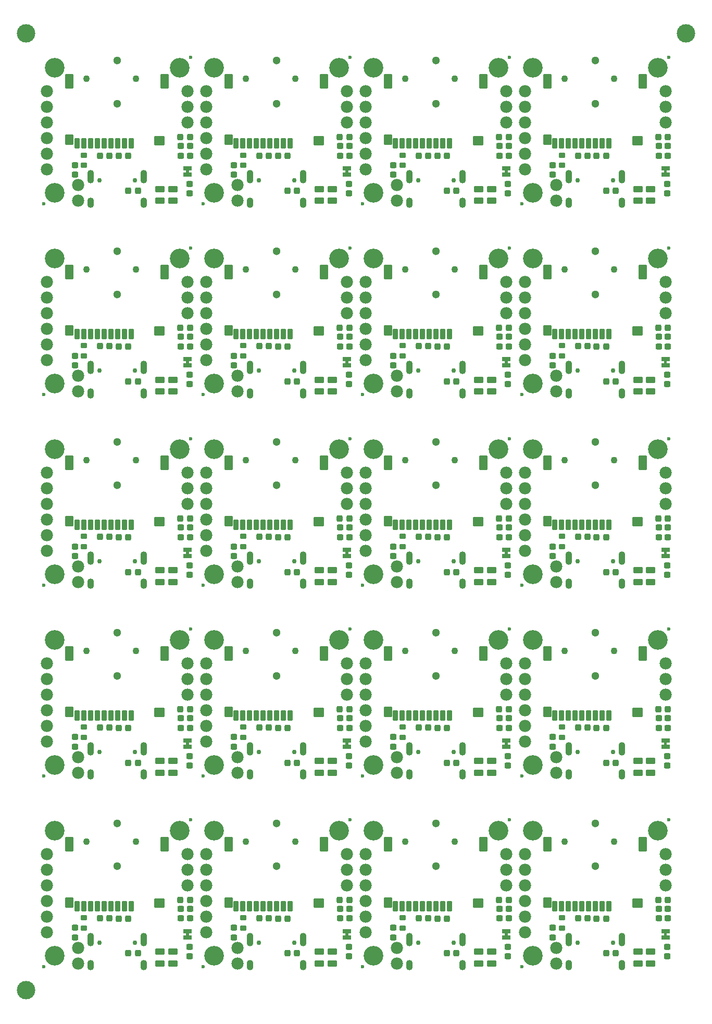
<source format=gbs>
%TF.GenerationSoftware,KiCad,Pcbnew,8.0.8*%
%TF.CreationDate,2025-02-19T12:52:30-07:00*%
%TF.ProjectId,SparkFun_Audio_Player_Breakout_MY1690X-16S_panelized,53706172-6b46-4756-9e5f-417564696f5f,v10*%
%TF.SameCoordinates,Original*%
%TF.FileFunction,Soldermask,Bot*%
%TF.FilePolarity,Negative*%
%FSLAX46Y46*%
G04 Gerber Fmt 4.6, Leading zero omitted, Abs format (unit mm)*
G04 Created by KiCad (PCBNEW 8.0.8) date 2025-02-19 12:52:30*
%MOMM*%
%LPD*%
G01*
G04 APERTURE LIST*
G04 Aperture macros list*
%AMRoundRect*
0 Rectangle with rounded corners*
0 $1 Rounding radius*
0 $2 $3 $4 $5 $6 $7 $8 $9 X,Y pos of 4 corners*
0 Add a 4 corners polygon primitive as box body*
4,1,4,$2,$3,$4,$5,$6,$7,$8,$9,$2,$3,0*
0 Add four circle primitives for the rounded corners*
1,1,$1+$1,$2,$3*
1,1,$1+$1,$4,$5*
1,1,$1+$1,$6,$7*
1,1,$1+$1,$8,$9*
0 Add four rect primitives between the rounded corners*
20,1,$1+$1,$2,$3,$4,$5,0*
20,1,$1+$1,$4,$5,$6,$7,0*
20,1,$1+$1,$6,$7,$8,$9,0*
20,1,$1+$1,$8,$9,$2,$3,0*%
G04 Aperture macros list end*
%ADD10C,0.000000*%
%ADD11C,3.000000*%
%ADD12RoundRect,0.250000X-0.250000X-0.275000X0.250000X-0.275000X0.250000X0.275000X-0.250000X0.275000X0*%
%ADD13RoundRect,0.250000X0.250000X0.275000X-0.250000X0.275000X-0.250000X-0.275000X0.250000X-0.275000X0*%
%ADD14RoundRect,0.225000X-0.300000X0.225000X-0.300000X-0.225000X0.300000X-0.225000X0.300000X0.225000X0*%
%ADD15C,1.100000*%
%ADD16RoundRect,0.050000X-0.350000X0.800000X-0.350000X-0.800000X0.350000X-0.800000X0.350000X0.800000X0*%
%ADD17RoundRect,0.050000X-0.600000X-0.800000X0.600000X-0.800000X0.600000X0.800000X-0.600000X0.800000X0*%
%ADD18RoundRect,0.050000X-0.600000X-1.100000X0.600000X-1.100000X0.600000X1.100000X-0.600000X1.100000X0*%
%ADD19RoundRect,0.050000X-0.800000X-0.700000X0.800000X-0.700000X0.800000X0.700000X-0.800000X0.700000X0*%
%ADD20RoundRect,0.250000X-0.275000X0.250000X-0.275000X-0.250000X0.275000X-0.250000X0.275000X0.250000X0*%
%ADD21RoundRect,0.275000X0.500000X-0.275000X0.500000X0.275000X-0.500000X0.275000X-0.500000X-0.275000X0*%
%ADD22RoundRect,0.250000X0.275000X-0.250000X0.275000X0.250000X-0.275000X0.250000X-0.275000X-0.250000X0*%
%ADD23C,0.600000*%
%ADD24RoundRect,0.050000X-0.635000X0.330200X-0.635000X-0.330200X0.635000X-0.330200X0.635000X0.330200X0*%
%ADD25C,0.750000*%
%ADD26O,1.100000X1.700000*%
%ADD27O,1.100000X2.200000*%
%ADD28C,1.979600*%
%ADD29C,3.200000*%
%ADD30C,1.300000*%
G04 APERTURE END LIST*
D10*
%TO.C,JP1*%
G36*
X102066500Y129694000D02*
G01*
X101585500Y129694000D01*
X101585500Y130202000D01*
X102066500Y130202000D01*
X102066500Y129694000D01*
G37*
G36*
X102066500Y98714000D02*
G01*
X101585500Y98714000D01*
X101585500Y99222000D01*
X102066500Y99222000D01*
X102066500Y98714000D01*
G37*
G36*
X102066500Y67734000D02*
G01*
X101585500Y67734000D01*
X101585500Y68242000D01*
X102066500Y68242000D01*
X102066500Y67734000D01*
G37*
G36*
X102066500Y36754000D02*
G01*
X101585500Y36754000D01*
X101585500Y37262000D01*
X102066500Y37262000D01*
X102066500Y36754000D01*
G37*
G36*
X102066500Y5774000D02*
G01*
X101585500Y5774000D01*
X101585500Y6282000D01*
X102066500Y6282000D01*
X102066500Y5774000D01*
G37*
G36*
X76166500Y129694000D02*
G01*
X75685500Y129694000D01*
X75685500Y130202000D01*
X76166500Y130202000D01*
X76166500Y129694000D01*
G37*
G36*
X76166500Y98714000D02*
G01*
X75685500Y98714000D01*
X75685500Y99222000D01*
X76166500Y99222000D01*
X76166500Y98714000D01*
G37*
G36*
X76166500Y67734000D02*
G01*
X75685500Y67734000D01*
X75685500Y68242000D01*
X76166500Y68242000D01*
X76166500Y67734000D01*
G37*
G36*
X76166500Y36754000D02*
G01*
X75685500Y36754000D01*
X75685500Y37262000D01*
X76166500Y37262000D01*
X76166500Y36754000D01*
G37*
G36*
X76166500Y5774000D02*
G01*
X75685500Y5774000D01*
X75685500Y6282000D01*
X76166500Y6282000D01*
X76166500Y5774000D01*
G37*
G36*
X50266500Y129694000D02*
G01*
X49785500Y129694000D01*
X49785500Y130202000D01*
X50266500Y130202000D01*
X50266500Y129694000D01*
G37*
G36*
X50266500Y98714000D02*
G01*
X49785500Y98714000D01*
X49785500Y99222000D01*
X50266500Y99222000D01*
X50266500Y98714000D01*
G37*
G36*
X50266500Y67734000D02*
G01*
X49785500Y67734000D01*
X49785500Y68242000D01*
X50266500Y68242000D01*
X50266500Y67734000D01*
G37*
G36*
X50266500Y36754000D02*
G01*
X49785500Y36754000D01*
X49785500Y37262000D01*
X50266500Y37262000D01*
X50266500Y36754000D01*
G37*
G36*
X50266500Y5774000D02*
G01*
X49785500Y5774000D01*
X49785500Y6282000D01*
X50266500Y6282000D01*
X50266500Y5774000D01*
G37*
G36*
X24366500Y129694000D02*
G01*
X23885500Y129694000D01*
X23885500Y130202000D01*
X24366500Y130202000D01*
X24366500Y129694000D01*
G37*
G36*
X24366500Y98714000D02*
G01*
X23885500Y98714000D01*
X23885500Y99222000D01*
X24366500Y99222000D01*
X24366500Y98714000D01*
G37*
G36*
X24366500Y67734000D02*
G01*
X23885500Y67734000D01*
X23885500Y68242000D01*
X24366500Y68242000D01*
X24366500Y67734000D01*
G37*
G36*
X24366500Y36754000D02*
G01*
X23885500Y36754000D01*
X23885500Y37262000D01*
X24366500Y37262000D01*
X24366500Y36754000D01*
G37*
G36*
X24366500Y5774000D02*
G01*
X23885500Y5774000D01*
X23885500Y6282000D01*
X24366500Y6282000D01*
X24366500Y5774000D01*
G37*
%TD*%
D11*
%TO.C,*%
X105187500Y152400000D03*
%TD*%
%TO.C,*%
X-2087500Y152400000D03*
%TD*%
%TO.C,*%
X-2087500Y-3080000D03*
%TD*%
D12*
%TO.C,C2*%
X90637000Y132521000D03*
X92187000Y132521000D03*
%TD*%
%TO.C,C2*%
X90637000Y101541000D03*
X92187000Y101541000D03*
%TD*%
%TO.C,C2*%
X90637000Y70561000D03*
X92187000Y70561000D03*
%TD*%
%TO.C,C2*%
X90637000Y39581000D03*
X92187000Y39581000D03*
%TD*%
%TO.C,C2*%
X90637000Y8601000D03*
X92187000Y8601000D03*
%TD*%
%TO.C,C2*%
X64737000Y132521000D03*
X66287000Y132521000D03*
%TD*%
%TO.C,C2*%
X64737000Y101541000D03*
X66287000Y101541000D03*
%TD*%
%TO.C,C2*%
X64737000Y70561000D03*
X66287000Y70561000D03*
%TD*%
%TO.C,C2*%
X64737000Y39581000D03*
X66287000Y39581000D03*
%TD*%
%TO.C,C2*%
X64737000Y8601000D03*
X66287000Y8601000D03*
%TD*%
%TO.C,C2*%
X38837000Y132521000D03*
X40387000Y132521000D03*
%TD*%
%TO.C,C2*%
X38837000Y101541000D03*
X40387000Y101541000D03*
%TD*%
%TO.C,C2*%
X38837000Y70561000D03*
X40387000Y70561000D03*
%TD*%
%TO.C,C2*%
X38837000Y39581000D03*
X40387000Y39581000D03*
%TD*%
%TO.C,C2*%
X38837000Y8601000D03*
X40387000Y8601000D03*
%TD*%
%TO.C,C2*%
X12937000Y132521000D03*
X14487000Y132521000D03*
%TD*%
%TO.C,C2*%
X12937000Y101541000D03*
X14487000Y101541000D03*
%TD*%
%TO.C,C2*%
X12937000Y70561000D03*
X14487000Y70561000D03*
%TD*%
%TO.C,C2*%
X12937000Y39581000D03*
X14487000Y39581000D03*
%TD*%
D13*
%TO.C,C3*%
X89148000Y132547000D03*
X87598000Y132547000D03*
%TD*%
%TO.C,C3*%
X89148000Y101567000D03*
X87598000Y101567000D03*
%TD*%
%TO.C,C3*%
X89148000Y70587000D03*
X87598000Y70587000D03*
%TD*%
%TO.C,C3*%
X89148000Y39607000D03*
X87598000Y39607000D03*
%TD*%
%TO.C,C3*%
X89148000Y8627000D03*
X87598000Y8627000D03*
%TD*%
%TO.C,C3*%
X63248000Y132547000D03*
X61698000Y132547000D03*
%TD*%
%TO.C,C3*%
X63248000Y101567000D03*
X61698000Y101567000D03*
%TD*%
%TO.C,C3*%
X63248000Y70587000D03*
X61698000Y70587000D03*
%TD*%
%TO.C,C3*%
X63248000Y39607000D03*
X61698000Y39607000D03*
%TD*%
%TO.C,C3*%
X63248000Y8627000D03*
X61698000Y8627000D03*
%TD*%
%TO.C,C3*%
X37348000Y132547000D03*
X35798000Y132547000D03*
%TD*%
%TO.C,C3*%
X37348000Y101567000D03*
X35798000Y101567000D03*
%TD*%
%TO.C,C3*%
X37348000Y70587000D03*
X35798000Y70587000D03*
%TD*%
%TO.C,C3*%
X37348000Y39607000D03*
X35798000Y39607000D03*
%TD*%
%TO.C,C3*%
X37348000Y8627000D03*
X35798000Y8627000D03*
%TD*%
%TO.C,C3*%
X11448000Y132547000D03*
X9898000Y132547000D03*
%TD*%
%TO.C,C3*%
X11448000Y101567000D03*
X9898000Y101567000D03*
%TD*%
%TO.C,C3*%
X11448000Y70587000D03*
X9898000Y70587000D03*
%TD*%
%TO.C,C3*%
X11448000Y39607000D03*
X9898000Y39607000D03*
%TD*%
%TO.C,C1*%
X93750000Y126850000D03*
X92200000Y126850000D03*
%TD*%
%TO.C,C1*%
X93750000Y95870000D03*
X92200000Y95870000D03*
%TD*%
%TO.C,C1*%
X93750000Y64890000D03*
X92200000Y64890000D03*
%TD*%
%TO.C,C1*%
X93750000Y33910000D03*
X92200000Y33910000D03*
%TD*%
%TO.C,C1*%
X93750000Y2930000D03*
X92200000Y2930000D03*
%TD*%
%TO.C,C1*%
X67850000Y126850000D03*
X66300000Y126850000D03*
%TD*%
%TO.C,C1*%
X67850000Y95870000D03*
X66300000Y95870000D03*
%TD*%
%TO.C,C1*%
X67850000Y64890000D03*
X66300000Y64890000D03*
%TD*%
%TO.C,C1*%
X67850000Y33910000D03*
X66300000Y33910000D03*
%TD*%
%TO.C,C1*%
X67850000Y2930000D03*
X66300000Y2930000D03*
%TD*%
%TO.C,C1*%
X41950000Y126850000D03*
X40400000Y126850000D03*
%TD*%
%TO.C,C1*%
X41950000Y95870000D03*
X40400000Y95870000D03*
%TD*%
%TO.C,C1*%
X41950000Y64890000D03*
X40400000Y64890000D03*
%TD*%
%TO.C,C1*%
X41950000Y33910000D03*
X40400000Y33910000D03*
%TD*%
%TO.C,C1*%
X41950000Y2930000D03*
X40400000Y2930000D03*
%TD*%
%TO.C,C1*%
X16050000Y126850000D03*
X14500000Y126850000D03*
%TD*%
%TO.C,C1*%
X16050000Y95870000D03*
X14500000Y95870000D03*
%TD*%
%TO.C,C1*%
X16050000Y64890000D03*
X14500000Y64890000D03*
%TD*%
%TO.C,C1*%
X16050000Y33910000D03*
X14500000Y33910000D03*
%TD*%
D14*
%TO.C,R6*%
X84998000Y132639000D03*
X84998000Y130989000D03*
%TD*%
%TO.C,R6*%
X84998000Y101659000D03*
X84998000Y100009000D03*
%TD*%
%TO.C,R6*%
X84998000Y70679000D03*
X84998000Y69029000D03*
%TD*%
%TO.C,R6*%
X84998000Y39699000D03*
X84998000Y38049000D03*
%TD*%
%TO.C,R6*%
X84998000Y8719000D03*
X84998000Y7069000D03*
%TD*%
%TO.C,R6*%
X59098000Y132639000D03*
X59098000Y130989000D03*
%TD*%
%TO.C,R6*%
X59098000Y101659000D03*
X59098000Y100009000D03*
%TD*%
%TO.C,R6*%
X59098000Y70679000D03*
X59098000Y69029000D03*
%TD*%
%TO.C,R6*%
X59098000Y39699000D03*
X59098000Y38049000D03*
%TD*%
%TO.C,R6*%
X59098000Y8719000D03*
X59098000Y7069000D03*
%TD*%
%TO.C,R6*%
X33198000Y132639000D03*
X33198000Y130989000D03*
%TD*%
%TO.C,R6*%
X33198000Y101659000D03*
X33198000Y100009000D03*
%TD*%
%TO.C,R6*%
X33198000Y70679000D03*
X33198000Y69029000D03*
%TD*%
%TO.C,R6*%
X33198000Y39699000D03*
X33198000Y38049000D03*
%TD*%
%TO.C,R6*%
X33198000Y8719000D03*
X33198000Y7069000D03*
%TD*%
%TO.C,R6*%
X7298000Y132639000D03*
X7298000Y130989000D03*
%TD*%
%TO.C,R6*%
X7298000Y101659000D03*
X7298000Y100009000D03*
%TD*%
%TO.C,R6*%
X7298000Y70679000D03*
X7298000Y69029000D03*
%TD*%
%TO.C,R6*%
X7298000Y39699000D03*
X7298000Y38049000D03*
%TD*%
D15*
%TO.C,J6*%
X85450000Y145002000D03*
X93450000Y145002000D03*
D16*
X92650000Y134502000D03*
X91550000Y134502000D03*
X90450000Y134502000D03*
X89350000Y134502000D03*
X88250000Y134502000D03*
X87150000Y134502000D03*
X86050000Y134502000D03*
X84950000Y134502000D03*
X83850000Y134502000D03*
D17*
X82650000Y135102000D03*
D18*
X82650000Y144602000D03*
X98150000Y144602000D03*
D19*
X97250000Y135002000D03*
%TD*%
D15*
%TO.C,J6*%
X85450000Y114022000D03*
X93450000Y114022000D03*
D16*
X92650000Y103522000D03*
X91550000Y103522000D03*
X90450000Y103522000D03*
X89350000Y103522000D03*
X88250000Y103522000D03*
X87150000Y103522000D03*
X86050000Y103522000D03*
X84950000Y103522000D03*
X83850000Y103522000D03*
D17*
X82650000Y104122000D03*
D18*
X82650000Y113622000D03*
X98150000Y113622000D03*
D19*
X97250000Y104022000D03*
%TD*%
D15*
%TO.C,J6*%
X85450000Y83042000D03*
X93450000Y83042000D03*
D16*
X92650000Y72542000D03*
X91550000Y72542000D03*
X90450000Y72542000D03*
X89350000Y72542000D03*
X88250000Y72542000D03*
X87150000Y72542000D03*
X86050000Y72542000D03*
X84950000Y72542000D03*
X83850000Y72542000D03*
D17*
X82650000Y73142000D03*
D18*
X82650000Y82642000D03*
X98150000Y82642000D03*
D19*
X97250000Y73042000D03*
%TD*%
D15*
%TO.C,J6*%
X85450000Y52062000D03*
X93450000Y52062000D03*
D16*
X92650000Y41562000D03*
X91550000Y41562000D03*
X90450000Y41562000D03*
X89350000Y41562000D03*
X88250000Y41562000D03*
X87150000Y41562000D03*
X86050000Y41562000D03*
X84950000Y41562000D03*
X83850000Y41562000D03*
D17*
X82650000Y42162000D03*
D18*
X82650000Y51662000D03*
X98150000Y51662000D03*
D19*
X97250000Y42062000D03*
%TD*%
D15*
%TO.C,J6*%
X85450000Y21082000D03*
X93450000Y21082000D03*
D16*
X92650000Y10582000D03*
X91550000Y10582000D03*
X90450000Y10582000D03*
X89350000Y10582000D03*
X88250000Y10582000D03*
X87150000Y10582000D03*
X86050000Y10582000D03*
X84950000Y10582000D03*
X83850000Y10582000D03*
D17*
X82650000Y11182000D03*
D18*
X82650000Y20682000D03*
X98150000Y20682000D03*
D19*
X97250000Y11082000D03*
%TD*%
D15*
%TO.C,J6*%
X59550000Y145002000D03*
X67550000Y145002000D03*
D16*
X66750000Y134502000D03*
X65650000Y134502000D03*
X64550000Y134502000D03*
X63450000Y134502000D03*
X62350000Y134502000D03*
X61250000Y134502000D03*
X60150000Y134502000D03*
X59050000Y134502000D03*
X57950000Y134502000D03*
D17*
X56750000Y135102000D03*
D18*
X56750000Y144602000D03*
X72250000Y144602000D03*
D19*
X71350000Y135002000D03*
%TD*%
D15*
%TO.C,J6*%
X59550000Y114022000D03*
X67550000Y114022000D03*
D16*
X66750000Y103522000D03*
X65650000Y103522000D03*
X64550000Y103522000D03*
X63450000Y103522000D03*
X62350000Y103522000D03*
X61250000Y103522000D03*
X60150000Y103522000D03*
X59050000Y103522000D03*
X57950000Y103522000D03*
D17*
X56750000Y104122000D03*
D18*
X56750000Y113622000D03*
X72250000Y113622000D03*
D19*
X71350000Y104022000D03*
%TD*%
D15*
%TO.C,J6*%
X59550000Y83042000D03*
X67550000Y83042000D03*
D16*
X66750000Y72542000D03*
X65650000Y72542000D03*
X64550000Y72542000D03*
X63450000Y72542000D03*
X62350000Y72542000D03*
X61250000Y72542000D03*
X60150000Y72542000D03*
X59050000Y72542000D03*
X57950000Y72542000D03*
D17*
X56750000Y73142000D03*
D18*
X56750000Y82642000D03*
X72250000Y82642000D03*
D19*
X71350000Y73042000D03*
%TD*%
D15*
%TO.C,J6*%
X59550000Y52062000D03*
X67550000Y52062000D03*
D16*
X66750000Y41562000D03*
X65650000Y41562000D03*
X64550000Y41562000D03*
X63450000Y41562000D03*
X62350000Y41562000D03*
X61250000Y41562000D03*
X60150000Y41562000D03*
X59050000Y41562000D03*
X57950000Y41562000D03*
D17*
X56750000Y42162000D03*
D18*
X56750000Y51662000D03*
X72250000Y51662000D03*
D19*
X71350000Y42062000D03*
%TD*%
D15*
%TO.C,J6*%
X59550000Y21082000D03*
X67550000Y21082000D03*
D16*
X66750000Y10582000D03*
X65650000Y10582000D03*
X64550000Y10582000D03*
X63450000Y10582000D03*
X62350000Y10582000D03*
X61250000Y10582000D03*
X60150000Y10582000D03*
X59050000Y10582000D03*
X57950000Y10582000D03*
D17*
X56750000Y11182000D03*
D18*
X56750000Y20682000D03*
X72250000Y20682000D03*
D19*
X71350000Y11082000D03*
%TD*%
D15*
%TO.C,J6*%
X33650000Y145002000D03*
X41650000Y145002000D03*
D16*
X40850000Y134502000D03*
X39750000Y134502000D03*
X38650000Y134502000D03*
X37550000Y134502000D03*
X36450000Y134502000D03*
X35350000Y134502000D03*
X34250000Y134502000D03*
X33150000Y134502000D03*
X32050000Y134502000D03*
D17*
X30850000Y135102000D03*
D18*
X30850000Y144602000D03*
X46350000Y144602000D03*
D19*
X45450000Y135002000D03*
%TD*%
D15*
%TO.C,J6*%
X33650000Y114022000D03*
X41650000Y114022000D03*
D16*
X40850000Y103522000D03*
X39750000Y103522000D03*
X38650000Y103522000D03*
X37550000Y103522000D03*
X36450000Y103522000D03*
X35350000Y103522000D03*
X34250000Y103522000D03*
X33150000Y103522000D03*
X32050000Y103522000D03*
D17*
X30850000Y104122000D03*
D18*
X30850000Y113622000D03*
X46350000Y113622000D03*
D19*
X45450000Y104022000D03*
%TD*%
D15*
%TO.C,J6*%
X33650000Y83042000D03*
X41650000Y83042000D03*
D16*
X40850000Y72542000D03*
X39750000Y72542000D03*
X38650000Y72542000D03*
X37550000Y72542000D03*
X36450000Y72542000D03*
X35350000Y72542000D03*
X34250000Y72542000D03*
X33150000Y72542000D03*
X32050000Y72542000D03*
D17*
X30850000Y73142000D03*
D18*
X30850000Y82642000D03*
X46350000Y82642000D03*
D19*
X45450000Y73042000D03*
%TD*%
D15*
%TO.C,J6*%
X33650000Y52062000D03*
X41650000Y52062000D03*
D16*
X40850000Y41562000D03*
X39750000Y41562000D03*
X38650000Y41562000D03*
X37550000Y41562000D03*
X36450000Y41562000D03*
X35350000Y41562000D03*
X34250000Y41562000D03*
X33150000Y41562000D03*
X32050000Y41562000D03*
D17*
X30850000Y42162000D03*
D18*
X30850000Y51662000D03*
X46350000Y51662000D03*
D19*
X45450000Y42062000D03*
%TD*%
D15*
%TO.C,J6*%
X33650000Y21082000D03*
X41650000Y21082000D03*
D16*
X40850000Y10582000D03*
X39750000Y10582000D03*
X38650000Y10582000D03*
X37550000Y10582000D03*
X36450000Y10582000D03*
X35350000Y10582000D03*
X34250000Y10582000D03*
X33150000Y10582000D03*
X32050000Y10582000D03*
D17*
X30850000Y11182000D03*
D18*
X30850000Y20682000D03*
X46350000Y20682000D03*
D19*
X45450000Y11082000D03*
%TD*%
D15*
%TO.C,J6*%
X7750000Y145002000D03*
X15750000Y145002000D03*
D16*
X14950000Y134502000D03*
X13850000Y134502000D03*
X12750000Y134502000D03*
X11650000Y134502000D03*
X10550000Y134502000D03*
X9450000Y134502000D03*
X8350000Y134502000D03*
X7250000Y134502000D03*
X6150000Y134502000D03*
D17*
X4950000Y135102000D03*
D18*
X4950000Y144602000D03*
X20450000Y144602000D03*
D19*
X19550000Y135002000D03*
%TD*%
D15*
%TO.C,J6*%
X7750000Y114022000D03*
X15750000Y114022000D03*
D16*
X14950000Y103522000D03*
X13850000Y103522000D03*
X12750000Y103522000D03*
X11650000Y103522000D03*
X10550000Y103522000D03*
X9450000Y103522000D03*
X8350000Y103522000D03*
X7250000Y103522000D03*
X6150000Y103522000D03*
D17*
X4950000Y104122000D03*
D18*
X4950000Y113622000D03*
X20450000Y113622000D03*
D19*
X19550000Y104022000D03*
%TD*%
D15*
%TO.C,J6*%
X7750000Y83042000D03*
X15750000Y83042000D03*
D16*
X14950000Y72542000D03*
X13850000Y72542000D03*
X12750000Y72542000D03*
X11650000Y72542000D03*
X10550000Y72542000D03*
X9450000Y72542000D03*
X8350000Y72542000D03*
X7250000Y72542000D03*
X6150000Y72542000D03*
D17*
X4950000Y73142000D03*
D18*
X4950000Y82642000D03*
X20450000Y82642000D03*
D19*
X19550000Y73042000D03*
%TD*%
D15*
%TO.C,J6*%
X7750000Y52062000D03*
X15750000Y52062000D03*
D16*
X14950000Y41562000D03*
X13850000Y41562000D03*
X12750000Y41562000D03*
X11650000Y41562000D03*
X10550000Y41562000D03*
X9450000Y41562000D03*
X8350000Y41562000D03*
X7250000Y41562000D03*
X6150000Y41562000D03*
D17*
X4950000Y42162000D03*
D18*
X4950000Y51662000D03*
X20450000Y51662000D03*
D19*
X19550000Y42062000D03*
%TD*%
D20*
%TO.C,C6*%
X102144000Y127924000D03*
X102144000Y126374000D03*
%TD*%
%TO.C,C6*%
X102144000Y96944000D03*
X102144000Y95394000D03*
%TD*%
%TO.C,C6*%
X102144000Y65964000D03*
X102144000Y64414000D03*
%TD*%
%TO.C,C6*%
X102144000Y34984000D03*
X102144000Y33434000D03*
%TD*%
%TO.C,C6*%
X102144000Y4004000D03*
X102144000Y2454000D03*
%TD*%
%TO.C,C6*%
X76244000Y127924000D03*
X76244000Y126374000D03*
%TD*%
%TO.C,C6*%
X76244000Y96944000D03*
X76244000Y95394000D03*
%TD*%
%TO.C,C6*%
X76244000Y65964000D03*
X76244000Y64414000D03*
%TD*%
%TO.C,C6*%
X76244000Y34984000D03*
X76244000Y33434000D03*
%TD*%
%TO.C,C6*%
X76244000Y4004000D03*
X76244000Y2454000D03*
%TD*%
%TO.C,C6*%
X50344000Y127924000D03*
X50344000Y126374000D03*
%TD*%
%TO.C,C6*%
X50344000Y96944000D03*
X50344000Y95394000D03*
%TD*%
%TO.C,C6*%
X50344000Y65964000D03*
X50344000Y64414000D03*
%TD*%
%TO.C,C6*%
X50344000Y34984000D03*
X50344000Y33434000D03*
%TD*%
%TO.C,C6*%
X50344000Y4004000D03*
X50344000Y2454000D03*
%TD*%
%TO.C,C6*%
X24444000Y127924000D03*
X24444000Y126374000D03*
%TD*%
%TO.C,C6*%
X24444000Y96944000D03*
X24444000Y95394000D03*
%TD*%
%TO.C,C6*%
X24444000Y65964000D03*
X24444000Y64414000D03*
%TD*%
%TO.C,C6*%
X24444000Y34984000D03*
X24444000Y33434000D03*
%TD*%
D21*
%TO.C,C5*%
X97367000Y125224000D03*
X97367000Y127124000D03*
%TD*%
%TO.C,C5*%
X97367000Y94244000D03*
X97367000Y96144000D03*
%TD*%
%TO.C,C5*%
X97367000Y63264000D03*
X97367000Y65164000D03*
%TD*%
%TO.C,C5*%
X97367000Y32284000D03*
X97367000Y34184000D03*
%TD*%
%TO.C,C5*%
X97367000Y1304000D03*
X97367000Y3204000D03*
%TD*%
%TO.C,C5*%
X71467000Y125224000D03*
X71467000Y127124000D03*
%TD*%
%TO.C,C5*%
X71467000Y94244000D03*
X71467000Y96144000D03*
%TD*%
%TO.C,C5*%
X71467000Y63264000D03*
X71467000Y65164000D03*
%TD*%
%TO.C,C5*%
X71467000Y32284000D03*
X71467000Y34184000D03*
%TD*%
%TO.C,C5*%
X71467000Y1304000D03*
X71467000Y3204000D03*
%TD*%
%TO.C,C5*%
X45567000Y125224000D03*
X45567000Y127124000D03*
%TD*%
%TO.C,C5*%
X45567000Y94244000D03*
X45567000Y96144000D03*
%TD*%
%TO.C,C5*%
X45567000Y63264000D03*
X45567000Y65164000D03*
%TD*%
%TO.C,C5*%
X45567000Y32284000D03*
X45567000Y34184000D03*
%TD*%
%TO.C,C5*%
X45567000Y1304000D03*
X45567000Y3204000D03*
%TD*%
%TO.C,C5*%
X19667000Y125224000D03*
X19667000Y127124000D03*
%TD*%
%TO.C,C5*%
X19667000Y94244000D03*
X19667000Y96144000D03*
%TD*%
%TO.C,C5*%
X19667000Y63264000D03*
X19667000Y65164000D03*
%TD*%
%TO.C,C5*%
X19667000Y32284000D03*
X19667000Y34184000D03*
%TD*%
D22*
%TO.C,C9*%
X100722000Y132529000D03*
X100722000Y134079000D03*
%TD*%
%TO.C,C9*%
X100722000Y101549000D03*
X100722000Y103099000D03*
%TD*%
%TO.C,C9*%
X100722000Y70569000D03*
X100722000Y72119000D03*
%TD*%
%TO.C,C9*%
X100722000Y39589000D03*
X100722000Y41139000D03*
%TD*%
%TO.C,C9*%
X100722000Y8609000D03*
X100722000Y10159000D03*
%TD*%
%TO.C,C9*%
X74822000Y132529000D03*
X74822000Y134079000D03*
%TD*%
%TO.C,C9*%
X74822000Y101549000D03*
X74822000Y103099000D03*
%TD*%
%TO.C,C9*%
X74822000Y70569000D03*
X74822000Y72119000D03*
%TD*%
%TO.C,C9*%
X74822000Y39589000D03*
X74822000Y41139000D03*
%TD*%
%TO.C,C9*%
X74822000Y8609000D03*
X74822000Y10159000D03*
%TD*%
%TO.C,C9*%
X48922000Y132529000D03*
X48922000Y134079000D03*
%TD*%
%TO.C,C9*%
X48922000Y101549000D03*
X48922000Y103099000D03*
%TD*%
%TO.C,C9*%
X48922000Y70569000D03*
X48922000Y72119000D03*
%TD*%
%TO.C,C9*%
X48922000Y39589000D03*
X48922000Y41139000D03*
%TD*%
%TO.C,C9*%
X48922000Y8609000D03*
X48922000Y10159000D03*
%TD*%
%TO.C,C9*%
X23022000Y132529000D03*
X23022000Y134079000D03*
%TD*%
%TO.C,C9*%
X23022000Y101549000D03*
X23022000Y103099000D03*
%TD*%
%TO.C,C9*%
X23022000Y70569000D03*
X23022000Y72119000D03*
%TD*%
%TO.C,C9*%
X23022000Y39589000D03*
X23022000Y41139000D03*
%TD*%
D23*
%TO.C,FID1*%
X102327000Y148537000D03*
%TD*%
%TO.C,FID1*%
X102327000Y117557000D03*
%TD*%
%TO.C,FID1*%
X102327000Y86577000D03*
%TD*%
%TO.C,FID1*%
X102327000Y55597000D03*
%TD*%
%TO.C,FID1*%
X102327000Y24617000D03*
%TD*%
%TO.C,FID1*%
X76427000Y148537000D03*
%TD*%
%TO.C,FID1*%
X76427000Y117557000D03*
%TD*%
%TO.C,FID1*%
X76427000Y86577000D03*
%TD*%
%TO.C,FID1*%
X76427000Y55597000D03*
%TD*%
%TO.C,FID1*%
X76427000Y24617000D03*
%TD*%
%TO.C,FID1*%
X50527000Y148537000D03*
%TD*%
%TO.C,FID1*%
X50527000Y117557000D03*
%TD*%
%TO.C,FID1*%
X50527000Y86577000D03*
%TD*%
%TO.C,FID1*%
X50527000Y55597000D03*
%TD*%
%TO.C,FID1*%
X50527000Y24617000D03*
%TD*%
%TO.C,FID1*%
X24627000Y148537000D03*
%TD*%
%TO.C,FID1*%
X24627000Y117557000D03*
%TD*%
%TO.C,FID1*%
X24627000Y86577000D03*
%TD*%
%TO.C,FID1*%
X24627000Y55597000D03*
%TD*%
%TO.C,FID2*%
X78478000Y124687000D03*
%TD*%
%TO.C,FID2*%
X78478000Y93707000D03*
%TD*%
%TO.C,FID2*%
X78478000Y62727000D03*
%TD*%
%TO.C,FID2*%
X78478000Y31747000D03*
%TD*%
%TO.C,FID2*%
X78478000Y767000D03*
%TD*%
%TO.C,FID2*%
X52578000Y124687000D03*
%TD*%
%TO.C,FID2*%
X52578000Y93707000D03*
%TD*%
%TO.C,FID2*%
X52578000Y62727000D03*
%TD*%
%TO.C,FID2*%
X52578000Y31747000D03*
%TD*%
%TO.C,FID2*%
X52578000Y767000D03*
%TD*%
%TO.C,FID2*%
X26678000Y124687000D03*
%TD*%
%TO.C,FID2*%
X26678000Y93707000D03*
%TD*%
%TO.C,FID2*%
X26678000Y62727000D03*
%TD*%
%TO.C,FID2*%
X26678000Y31747000D03*
%TD*%
%TO.C,FID2*%
X26678000Y767000D03*
%TD*%
%TO.C,FID2*%
X778000Y124687000D03*
%TD*%
%TO.C,FID2*%
X778000Y93707000D03*
%TD*%
%TO.C,FID2*%
X778000Y62727000D03*
%TD*%
%TO.C,FID2*%
X778000Y31747000D03*
%TD*%
D21*
%TO.C,C4*%
X99442000Y125224000D03*
X99442000Y127124000D03*
%TD*%
%TO.C,C4*%
X99442000Y94244000D03*
X99442000Y96144000D03*
%TD*%
%TO.C,C4*%
X99442000Y63264000D03*
X99442000Y65164000D03*
%TD*%
%TO.C,C4*%
X99442000Y32284000D03*
X99442000Y34184000D03*
%TD*%
%TO.C,C4*%
X99442000Y1304000D03*
X99442000Y3204000D03*
%TD*%
%TO.C,C4*%
X73542000Y125224000D03*
X73542000Y127124000D03*
%TD*%
%TO.C,C4*%
X73542000Y94244000D03*
X73542000Y96144000D03*
%TD*%
%TO.C,C4*%
X73542000Y63264000D03*
X73542000Y65164000D03*
%TD*%
%TO.C,C4*%
X73542000Y32284000D03*
X73542000Y34184000D03*
%TD*%
%TO.C,C4*%
X73542000Y1304000D03*
X73542000Y3204000D03*
%TD*%
%TO.C,C4*%
X47642000Y125224000D03*
X47642000Y127124000D03*
%TD*%
%TO.C,C4*%
X47642000Y94244000D03*
X47642000Y96144000D03*
%TD*%
%TO.C,C4*%
X47642000Y63264000D03*
X47642000Y65164000D03*
%TD*%
%TO.C,C4*%
X47642000Y32284000D03*
X47642000Y34184000D03*
%TD*%
%TO.C,C4*%
X47642000Y1304000D03*
X47642000Y3204000D03*
%TD*%
%TO.C,C4*%
X21742000Y125224000D03*
X21742000Y127124000D03*
%TD*%
%TO.C,C4*%
X21742000Y94244000D03*
X21742000Y96144000D03*
%TD*%
%TO.C,C4*%
X21742000Y63264000D03*
X21742000Y65164000D03*
%TD*%
%TO.C,C4*%
X21742000Y32284000D03*
X21742000Y34184000D03*
%TD*%
D12*
%TO.C,C7*%
X100688000Y135567000D03*
X102238000Y135567000D03*
%TD*%
%TO.C,C7*%
X100688000Y104587000D03*
X102238000Y104587000D03*
%TD*%
%TO.C,C7*%
X100688000Y73607000D03*
X102238000Y73607000D03*
%TD*%
%TO.C,C7*%
X100688000Y42627000D03*
X102238000Y42627000D03*
%TD*%
%TO.C,C7*%
X100688000Y11647000D03*
X102238000Y11647000D03*
%TD*%
%TO.C,C7*%
X74788000Y135567000D03*
X76338000Y135567000D03*
%TD*%
%TO.C,C7*%
X74788000Y104587000D03*
X76338000Y104587000D03*
%TD*%
%TO.C,C7*%
X74788000Y73607000D03*
X76338000Y73607000D03*
%TD*%
%TO.C,C7*%
X74788000Y42627000D03*
X76338000Y42627000D03*
%TD*%
%TO.C,C7*%
X74788000Y11647000D03*
X76338000Y11647000D03*
%TD*%
%TO.C,C7*%
X48888000Y135567000D03*
X50438000Y135567000D03*
%TD*%
%TO.C,C7*%
X48888000Y104587000D03*
X50438000Y104587000D03*
%TD*%
%TO.C,C7*%
X48888000Y73607000D03*
X50438000Y73607000D03*
%TD*%
%TO.C,C7*%
X48888000Y42627000D03*
X50438000Y42627000D03*
%TD*%
%TO.C,C7*%
X48888000Y11647000D03*
X50438000Y11647000D03*
%TD*%
%TO.C,C7*%
X22988000Y135567000D03*
X24538000Y135567000D03*
%TD*%
%TO.C,C7*%
X22988000Y104587000D03*
X24538000Y104587000D03*
%TD*%
%TO.C,C7*%
X22988000Y73607000D03*
X24538000Y73607000D03*
%TD*%
%TO.C,C7*%
X22988000Y42627000D03*
X24538000Y42627000D03*
%TD*%
D24*
%TO.C,JP1*%
X101826000Y130468700D03*
X101826000Y129427300D03*
%TD*%
%TO.C,JP1*%
X101826000Y99488700D03*
X101826000Y98447300D03*
%TD*%
%TO.C,JP1*%
X101826000Y68508700D03*
X101826000Y67467300D03*
%TD*%
%TO.C,JP1*%
X101826000Y37528700D03*
X101826000Y36487300D03*
%TD*%
%TO.C,JP1*%
X101826000Y6548700D03*
X101826000Y5507300D03*
%TD*%
%TO.C,JP1*%
X75926000Y130468700D03*
X75926000Y129427300D03*
%TD*%
%TO.C,JP1*%
X75926000Y99488700D03*
X75926000Y98447300D03*
%TD*%
%TO.C,JP1*%
X75926000Y68508700D03*
X75926000Y67467300D03*
%TD*%
%TO.C,JP1*%
X75926000Y37528700D03*
X75926000Y36487300D03*
%TD*%
%TO.C,JP1*%
X75926000Y6548700D03*
X75926000Y5507300D03*
%TD*%
%TO.C,JP1*%
X50026000Y130468700D03*
X50026000Y129427300D03*
%TD*%
%TO.C,JP1*%
X50026000Y99488700D03*
X50026000Y98447300D03*
%TD*%
%TO.C,JP1*%
X50026000Y68508700D03*
X50026000Y67467300D03*
%TD*%
%TO.C,JP1*%
X50026000Y37528700D03*
X50026000Y36487300D03*
%TD*%
%TO.C,JP1*%
X50026000Y6548700D03*
X50026000Y5507300D03*
%TD*%
%TO.C,JP1*%
X24126000Y130468700D03*
X24126000Y129427300D03*
%TD*%
%TO.C,JP1*%
X24126000Y99488700D03*
X24126000Y98447300D03*
%TD*%
%TO.C,JP1*%
X24126000Y68508700D03*
X24126000Y67467300D03*
%TD*%
%TO.C,JP1*%
X24126000Y37528700D03*
X24126000Y36487300D03*
%TD*%
D22*
%TO.C,C8*%
X102237000Y132529000D03*
X102237000Y134079000D03*
%TD*%
%TO.C,C8*%
X102237000Y101549000D03*
X102237000Y103099000D03*
%TD*%
%TO.C,C8*%
X102237000Y70569000D03*
X102237000Y72119000D03*
%TD*%
%TO.C,C8*%
X102237000Y39589000D03*
X102237000Y41139000D03*
%TD*%
%TO.C,C8*%
X102237000Y8609000D03*
X102237000Y10159000D03*
%TD*%
%TO.C,C8*%
X76337000Y132529000D03*
X76337000Y134079000D03*
%TD*%
%TO.C,C8*%
X76337000Y101549000D03*
X76337000Y103099000D03*
%TD*%
%TO.C,C8*%
X76337000Y70569000D03*
X76337000Y72119000D03*
%TD*%
%TO.C,C8*%
X76337000Y39589000D03*
X76337000Y41139000D03*
%TD*%
%TO.C,C8*%
X76337000Y8609000D03*
X76337000Y10159000D03*
%TD*%
%TO.C,C8*%
X50437000Y132529000D03*
X50437000Y134079000D03*
%TD*%
%TO.C,C8*%
X50437000Y101549000D03*
X50437000Y103099000D03*
%TD*%
%TO.C,C8*%
X50437000Y70569000D03*
X50437000Y72119000D03*
%TD*%
%TO.C,C8*%
X50437000Y39589000D03*
X50437000Y41139000D03*
%TD*%
%TO.C,C8*%
X50437000Y8609000D03*
X50437000Y10159000D03*
%TD*%
%TO.C,C8*%
X24537000Y132529000D03*
X24537000Y134079000D03*
%TD*%
%TO.C,C8*%
X24537000Y101549000D03*
X24537000Y103099000D03*
%TD*%
%TO.C,C8*%
X24537000Y70569000D03*
X24537000Y72119000D03*
%TD*%
%TO.C,C8*%
X24537000Y39589000D03*
X24537000Y41139000D03*
%TD*%
%TO.C,L1*%
X83506000Y129459000D03*
X83506000Y131009000D03*
%TD*%
%TO.C,L1*%
X83506000Y98479000D03*
X83506000Y100029000D03*
%TD*%
%TO.C,L1*%
X83506000Y67499000D03*
X83506000Y69049000D03*
%TD*%
%TO.C,L1*%
X83506000Y36519000D03*
X83506000Y38069000D03*
%TD*%
%TO.C,L1*%
X83506000Y5539000D03*
X83506000Y7089000D03*
%TD*%
%TO.C,L1*%
X57606000Y129459000D03*
X57606000Y131009000D03*
%TD*%
%TO.C,L1*%
X57606000Y98479000D03*
X57606000Y100029000D03*
%TD*%
%TO.C,L1*%
X57606000Y67499000D03*
X57606000Y69049000D03*
%TD*%
%TO.C,L1*%
X57606000Y36519000D03*
X57606000Y38069000D03*
%TD*%
%TO.C,L1*%
X57606000Y5539000D03*
X57606000Y7089000D03*
%TD*%
%TO.C,L1*%
X31706000Y129459000D03*
X31706000Y131009000D03*
%TD*%
%TO.C,L1*%
X31706000Y98479000D03*
X31706000Y100029000D03*
%TD*%
%TO.C,L1*%
X31706000Y67499000D03*
X31706000Y69049000D03*
%TD*%
%TO.C,L1*%
X31706000Y36519000D03*
X31706000Y38069000D03*
%TD*%
%TO.C,L1*%
X31706000Y5539000D03*
X31706000Y7089000D03*
%TD*%
%TO.C,L1*%
X5806000Y129459000D03*
X5806000Y131009000D03*
%TD*%
%TO.C,L1*%
X5806000Y98479000D03*
X5806000Y100029000D03*
%TD*%
%TO.C,L1*%
X5806000Y67499000D03*
X5806000Y69049000D03*
%TD*%
%TO.C,L1*%
X5806000Y36519000D03*
X5806000Y38069000D03*
%TD*%
D25*
%TO.C,J4*%
X87510000Y128571000D03*
X93290000Y128571000D03*
D26*
X86082000Y124921000D03*
D27*
X86082000Y129101000D03*
X94718000Y129101000D03*
D26*
X94718000Y124921000D03*
%TD*%
D25*
%TO.C,J4*%
X87510000Y97591000D03*
X93290000Y97591000D03*
D26*
X86082000Y93941000D03*
D27*
X86082000Y98121000D03*
X94718000Y98121000D03*
D26*
X94718000Y93941000D03*
%TD*%
D25*
%TO.C,J4*%
X87510000Y66611000D03*
X93290000Y66611000D03*
D26*
X86082000Y62961000D03*
D27*
X86082000Y67141000D03*
X94718000Y67141000D03*
D26*
X94718000Y62961000D03*
%TD*%
D25*
%TO.C,J4*%
X87510000Y35631000D03*
X93290000Y35631000D03*
D26*
X86082000Y31981000D03*
D27*
X86082000Y36161000D03*
X94718000Y36161000D03*
D26*
X94718000Y31981000D03*
%TD*%
D25*
%TO.C,J4*%
X87510000Y4651000D03*
X93290000Y4651000D03*
D26*
X86082000Y1001000D03*
D27*
X86082000Y5181000D03*
X94718000Y5181000D03*
D26*
X94718000Y1001000D03*
%TD*%
D25*
%TO.C,J4*%
X61610000Y128571000D03*
X67390000Y128571000D03*
D26*
X60182000Y124921000D03*
D27*
X60182000Y129101000D03*
X68818000Y129101000D03*
D26*
X68818000Y124921000D03*
%TD*%
D25*
%TO.C,J4*%
X61610000Y97591000D03*
X67390000Y97591000D03*
D26*
X60182000Y93941000D03*
D27*
X60182000Y98121000D03*
X68818000Y98121000D03*
D26*
X68818000Y93941000D03*
%TD*%
D25*
%TO.C,J4*%
X61610000Y66611000D03*
X67390000Y66611000D03*
D26*
X60182000Y62961000D03*
D27*
X60182000Y67141000D03*
X68818000Y67141000D03*
D26*
X68818000Y62961000D03*
%TD*%
D25*
%TO.C,J4*%
X61610000Y35631000D03*
X67390000Y35631000D03*
D26*
X60182000Y31981000D03*
D27*
X60182000Y36161000D03*
X68818000Y36161000D03*
D26*
X68818000Y31981000D03*
%TD*%
D25*
%TO.C,J4*%
X61610000Y4651000D03*
X67390000Y4651000D03*
D26*
X60182000Y1001000D03*
D27*
X60182000Y5181000D03*
X68818000Y5181000D03*
D26*
X68818000Y1001000D03*
%TD*%
D25*
%TO.C,J4*%
X35710000Y128571000D03*
X41490000Y128571000D03*
D26*
X34282000Y124921000D03*
D27*
X34282000Y129101000D03*
X42918000Y129101000D03*
D26*
X42918000Y124921000D03*
%TD*%
D25*
%TO.C,J4*%
X35710000Y97591000D03*
X41490000Y97591000D03*
D26*
X34282000Y93941000D03*
D27*
X34282000Y98121000D03*
X42918000Y98121000D03*
D26*
X42918000Y93941000D03*
%TD*%
D25*
%TO.C,J4*%
X35710000Y66611000D03*
X41490000Y66611000D03*
D26*
X34282000Y62961000D03*
D27*
X34282000Y67141000D03*
X42918000Y67141000D03*
D26*
X42918000Y62961000D03*
%TD*%
D25*
%TO.C,J4*%
X35710000Y35631000D03*
X41490000Y35631000D03*
D26*
X34282000Y31981000D03*
D27*
X34282000Y36161000D03*
X42918000Y36161000D03*
D26*
X42918000Y31981000D03*
%TD*%
D25*
%TO.C,J4*%
X35710000Y4651000D03*
X41490000Y4651000D03*
D26*
X34282000Y1001000D03*
D27*
X34282000Y5181000D03*
X42918000Y5181000D03*
D26*
X42918000Y1001000D03*
%TD*%
D25*
%TO.C,J4*%
X9810000Y128571000D03*
X15590000Y128571000D03*
D26*
X8382000Y124921000D03*
D27*
X8382000Y129101000D03*
X17018000Y129101000D03*
D26*
X17018000Y124921000D03*
%TD*%
D25*
%TO.C,J4*%
X9810000Y97591000D03*
X15590000Y97591000D03*
D26*
X8382000Y93941000D03*
D27*
X8382000Y98121000D03*
X17018000Y98121000D03*
D26*
X17018000Y93941000D03*
%TD*%
D25*
%TO.C,J4*%
X9810000Y66611000D03*
X15590000Y66611000D03*
D26*
X8382000Y62961000D03*
D27*
X8382000Y67141000D03*
X17018000Y67141000D03*
D26*
X17018000Y62961000D03*
%TD*%
D25*
%TO.C,J4*%
X9810000Y35631000D03*
X15590000Y35631000D03*
D26*
X8382000Y31981000D03*
D27*
X8382000Y36161000D03*
X17018000Y36161000D03*
D26*
X17018000Y31981000D03*
%TD*%
D28*
%TO.C,J2*%
X101830000Y142970000D03*
X101830000Y140430000D03*
X101830000Y137890000D03*
%TD*%
%TO.C,J2*%
X101830000Y111990000D03*
X101830000Y109450000D03*
X101830000Y106910000D03*
%TD*%
%TO.C,J2*%
X101830000Y81010000D03*
X101830000Y78470000D03*
X101830000Y75930000D03*
%TD*%
%TO.C,J2*%
X101830000Y50030000D03*
X101830000Y47490000D03*
X101830000Y44950000D03*
%TD*%
%TO.C,J2*%
X101830000Y19050000D03*
X101830000Y16510000D03*
X101830000Y13970000D03*
%TD*%
%TO.C,J2*%
X75930000Y142970000D03*
X75930000Y140430000D03*
X75930000Y137890000D03*
%TD*%
%TO.C,J2*%
X75930000Y111990000D03*
X75930000Y109450000D03*
X75930000Y106910000D03*
%TD*%
%TO.C,J2*%
X75930000Y81010000D03*
X75930000Y78470000D03*
X75930000Y75930000D03*
%TD*%
%TO.C,J2*%
X75930000Y50030000D03*
X75930000Y47490000D03*
X75930000Y44950000D03*
%TD*%
%TO.C,J2*%
X75930000Y19050000D03*
X75930000Y16510000D03*
X75930000Y13970000D03*
%TD*%
%TO.C,J2*%
X50030000Y142970000D03*
X50030000Y140430000D03*
X50030000Y137890000D03*
%TD*%
%TO.C,J2*%
X50030000Y111990000D03*
X50030000Y109450000D03*
X50030000Y106910000D03*
%TD*%
%TO.C,J2*%
X50030000Y81010000D03*
X50030000Y78470000D03*
X50030000Y75930000D03*
%TD*%
%TO.C,J2*%
X50030000Y50030000D03*
X50030000Y47490000D03*
X50030000Y44950000D03*
%TD*%
%TO.C,J2*%
X50030000Y19050000D03*
X50030000Y16510000D03*
X50030000Y13970000D03*
%TD*%
%TO.C,J2*%
X24130000Y142970000D03*
X24130000Y140430000D03*
X24130000Y137890000D03*
%TD*%
%TO.C,J2*%
X24130000Y111990000D03*
X24130000Y109450000D03*
X24130000Y106910000D03*
%TD*%
%TO.C,J2*%
X24130000Y81010000D03*
X24130000Y78470000D03*
X24130000Y75930000D03*
%TD*%
%TO.C,J2*%
X24130000Y50030000D03*
X24130000Y47490000D03*
X24130000Y44950000D03*
%TD*%
D29*
%TO.C,ST3*%
X80240000Y126460000D03*
%TD*%
%TO.C,ST3*%
X80240000Y95480000D03*
%TD*%
%TO.C,ST3*%
X80240000Y64500000D03*
%TD*%
%TO.C,ST3*%
X80240000Y33520000D03*
%TD*%
%TO.C,ST3*%
X80240000Y2540000D03*
%TD*%
%TO.C,ST3*%
X54340000Y126460000D03*
%TD*%
%TO.C,ST3*%
X54340000Y95480000D03*
%TD*%
%TO.C,ST3*%
X54340000Y64500000D03*
%TD*%
%TO.C,ST3*%
X54340000Y33520000D03*
%TD*%
%TO.C,ST3*%
X54340000Y2540000D03*
%TD*%
%TO.C,ST3*%
X28440000Y126460000D03*
%TD*%
%TO.C,ST3*%
X28440000Y95480000D03*
%TD*%
%TO.C,ST3*%
X28440000Y64500000D03*
%TD*%
%TO.C,ST3*%
X28440000Y33520000D03*
%TD*%
%TO.C,ST3*%
X28440000Y2540000D03*
%TD*%
%TO.C,ST3*%
X2540000Y126460000D03*
%TD*%
%TO.C,ST3*%
X2540000Y95480000D03*
%TD*%
%TO.C,ST3*%
X2540000Y64500000D03*
%TD*%
%TO.C,ST3*%
X2540000Y33520000D03*
%TD*%
D30*
%TO.C,J1*%
X90400000Y147994000D03*
X90400000Y140994000D03*
%TD*%
%TO.C,J1*%
X90400000Y117014000D03*
X90400000Y110014000D03*
%TD*%
%TO.C,J1*%
X90400000Y86034000D03*
X90400000Y79034000D03*
%TD*%
%TO.C,J1*%
X90400000Y55054000D03*
X90400000Y48054000D03*
%TD*%
%TO.C,J1*%
X90400000Y24074000D03*
X90400000Y17074000D03*
%TD*%
%TO.C,J1*%
X64500000Y147994000D03*
X64500000Y140994000D03*
%TD*%
%TO.C,J1*%
X64500000Y117014000D03*
X64500000Y110014000D03*
%TD*%
%TO.C,J1*%
X64500000Y86034000D03*
X64500000Y79034000D03*
%TD*%
%TO.C,J1*%
X64500000Y55054000D03*
X64500000Y48054000D03*
%TD*%
%TO.C,J1*%
X64500000Y24074000D03*
X64500000Y17074000D03*
%TD*%
%TO.C,J1*%
X38600000Y147994000D03*
X38600000Y140994000D03*
%TD*%
%TO.C,J1*%
X38600000Y117014000D03*
X38600000Y110014000D03*
%TD*%
%TO.C,J1*%
X38600000Y86034000D03*
X38600000Y79034000D03*
%TD*%
%TO.C,J1*%
X38600000Y55054000D03*
X38600000Y48054000D03*
%TD*%
%TO.C,J1*%
X38600000Y24074000D03*
X38600000Y17074000D03*
%TD*%
%TO.C,J1*%
X12700000Y147994000D03*
X12700000Y140994000D03*
%TD*%
%TO.C,J1*%
X12700000Y117014000D03*
X12700000Y110014000D03*
%TD*%
%TO.C,J1*%
X12700000Y86034000D03*
X12700000Y79034000D03*
%TD*%
%TO.C,J1*%
X12700000Y55054000D03*
X12700000Y48054000D03*
%TD*%
D28*
%TO.C,J3*%
X84050000Y127730000D03*
X84050000Y125190000D03*
%TD*%
%TO.C,J3*%
X84050000Y96750000D03*
X84050000Y94210000D03*
%TD*%
%TO.C,J3*%
X84050000Y65770000D03*
X84050000Y63230000D03*
%TD*%
%TO.C,J3*%
X84050000Y34790000D03*
X84050000Y32250000D03*
%TD*%
%TO.C,J3*%
X84050000Y3810000D03*
X84050000Y1270000D03*
%TD*%
%TO.C,J3*%
X58150000Y127730000D03*
X58150000Y125190000D03*
%TD*%
%TO.C,J3*%
X58150000Y96750000D03*
X58150000Y94210000D03*
%TD*%
%TO.C,J3*%
X58150000Y65770000D03*
X58150000Y63230000D03*
%TD*%
%TO.C,J3*%
X58150000Y34790000D03*
X58150000Y32250000D03*
%TD*%
%TO.C,J3*%
X58150000Y3810000D03*
X58150000Y1270000D03*
%TD*%
%TO.C,J3*%
X32250000Y127730000D03*
X32250000Y125190000D03*
%TD*%
%TO.C,J3*%
X32250000Y96750000D03*
X32250000Y94210000D03*
%TD*%
%TO.C,J3*%
X32250000Y65770000D03*
X32250000Y63230000D03*
%TD*%
%TO.C,J3*%
X32250000Y34790000D03*
X32250000Y32250000D03*
%TD*%
%TO.C,J3*%
X32250000Y3810000D03*
X32250000Y1270000D03*
%TD*%
%TO.C,J3*%
X6350000Y127730000D03*
X6350000Y125190000D03*
%TD*%
%TO.C,J3*%
X6350000Y96750000D03*
X6350000Y94210000D03*
%TD*%
%TO.C,J3*%
X6350000Y65770000D03*
X6350000Y63230000D03*
%TD*%
%TO.C,J3*%
X6350000Y34790000D03*
X6350000Y32250000D03*
%TD*%
%TO.C,J5*%
X78970000Y142970000D03*
X78970000Y140430000D03*
X78970000Y137890000D03*
X78970000Y135350000D03*
X78970000Y132810000D03*
X78970000Y130270000D03*
%TD*%
%TO.C,J5*%
X78970000Y111990000D03*
X78970000Y109450000D03*
X78970000Y106910000D03*
X78970000Y104370000D03*
X78970000Y101830000D03*
X78970000Y99290000D03*
%TD*%
%TO.C,J5*%
X78970000Y81010000D03*
X78970000Y78470000D03*
X78970000Y75930000D03*
X78970000Y73390000D03*
X78970000Y70850000D03*
X78970000Y68310000D03*
%TD*%
%TO.C,J5*%
X78970000Y50030000D03*
X78970000Y47490000D03*
X78970000Y44950000D03*
X78970000Y42410000D03*
X78970000Y39870000D03*
X78970000Y37330000D03*
%TD*%
%TO.C,J5*%
X78970000Y19050000D03*
X78970000Y16510000D03*
X78970000Y13970000D03*
X78970000Y11430000D03*
X78970000Y8890000D03*
X78970000Y6350000D03*
%TD*%
%TO.C,J5*%
X53070000Y142970000D03*
X53070000Y140430000D03*
X53070000Y137890000D03*
X53070000Y135350000D03*
X53070000Y132810000D03*
X53070000Y130270000D03*
%TD*%
%TO.C,J5*%
X53070000Y111990000D03*
X53070000Y109450000D03*
X53070000Y106910000D03*
X53070000Y104370000D03*
X53070000Y101830000D03*
X53070000Y99290000D03*
%TD*%
%TO.C,J5*%
X53070000Y81010000D03*
X53070000Y78470000D03*
X53070000Y75930000D03*
X53070000Y73390000D03*
X53070000Y70850000D03*
X53070000Y68310000D03*
%TD*%
%TO.C,J5*%
X53070000Y50030000D03*
X53070000Y47490000D03*
X53070000Y44950000D03*
X53070000Y42410000D03*
X53070000Y39870000D03*
X53070000Y37330000D03*
%TD*%
%TO.C,J5*%
X53070000Y19050000D03*
X53070000Y16510000D03*
X53070000Y13970000D03*
X53070000Y11430000D03*
X53070000Y8890000D03*
X53070000Y6350000D03*
%TD*%
%TO.C,J5*%
X27170000Y142970000D03*
X27170000Y140430000D03*
X27170000Y137890000D03*
X27170000Y135350000D03*
X27170000Y132810000D03*
X27170000Y130270000D03*
%TD*%
%TO.C,J5*%
X27170000Y111990000D03*
X27170000Y109450000D03*
X27170000Y106910000D03*
X27170000Y104370000D03*
X27170000Y101830000D03*
X27170000Y99290000D03*
%TD*%
%TO.C,J5*%
X27170000Y81010000D03*
X27170000Y78470000D03*
X27170000Y75930000D03*
X27170000Y73390000D03*
X27170000Y70850000D03*
X27170000Y68310000D03*
%TD*%
%TO.C,J5*%
X27170000Y50030000D03*
X27170000Y47490000D03*
X27170000Y44950000D03*
X27170000Y42410000D03*
X27170000Y39870000D03*
X27170000Y37330000D03*
%TD*%
%TO.C,J5*%
X27170000Y19050000D03*
X27170000Y16510000D03*
X27170000Y13970000D03*
X27170000Y11430000D03*
X27170000Y8890000D03*
X27170000Y6350000D03*
%TD*%
%TO.C,J5*%
X1270000Y142970000D03*
X1270000Y140430000D03*
X1270000Y137890000D03*
X1270000Y135350000D03*
X1270000Y132810000D03*
X1270000Y130270000D03*
%TD*%
%TO.C,J5*%
X1270000Y111990000D03*
X1270000Y109450000D03*
X1270000Y106910000D03*
X1270000Y104370000D03*
X1270000Y101830000D03*
X1270000Y99290000D03*
%TD*%
%TO.C,J5*%
X1270000Y81010000D03*
X1270000Y78470000D03*
X1270000Y75930000D03*
X1270000Y73390000D03*
X1270000Y70850000D03*
X1270000Y68310000D03*
%TD*%
%TO.C,J5*%
X1270000Y50030000D03*
X1270000Y47490000D03*
X1270000Y44950000D03*
X1270000Y42410000D03*
X1270000Y39870000D03*
X1270000Y37330000D03*
%TD*%
D29*
%TO.C,ST1*%
X100560000Y146780000D03*
%TD*%
%TO.C,ST1*%
X100560000Y115800000D03*
%TD*%
%TO.C,ST1*%
X100560000Y84820000D03*
%TD*%
%TO.C,ST1*%
X100560000Y53840000D03*
%TD*%
%TO.C,ST1*%
X100560000Y22860000D03*
%TD*%
%TO.C,ST1*%
X74660000Y146780000D03*
%TD*%
%TO.C,ST1*%
X74660000Y115800000D03*
%TD*%
%TO.C,ST1*%
X74660000Y84820000D03*
%TD*%
%TO.C,ST1*%
X74660000Y53840000D03*
%TD*%
%TO.C,ST1*%
X74660000Y22860000D03*
%TD*%
%TO.C,ST1*%
X48760000Y146780000D03*
%TD*%
%TO.C,ST1*%
X48760000Y115800000D03*
%TD*%
%TO.C,ST1*%
X48760000Y84820000D03*
%TD*%
%TO.C,ST1*%
X48760000Y53840000D03*
%TD*%
%TO.C,ST1*%
X48760000Y22860000D03*
%TD*%
%TO.C,ST1*%
X22860000Y146780000D03*
%TD*%
%TO.C,ST1*%
X22860000Y115800000D03*
%TD*%
%TO.C,ST1*%
X22860000Y84820000D03*
%TD*%
%TO.C,ST1*%
X22860000Y53840000D03*
%TD*%
%TO.C,ST2*%
X80240000Y146780000D03*
%TD*%
%TO.C,ST2*%
X80240000Y115800000D03*
%TD*%
%TO.C,ST2*%
X80240000Y84820000D03*
%TD*%
%TO.C,ST2*%
X80240000Y53840000D03*
%TD*%
%TO.C,ST2*%
X80240000Y22860000D03*
%TD*%
%TO.C,ST2*%
X54340000Y146780000D03*
%TD*%
%TO.C,ST2*%
X54340000Y115800000D03*
%TD*%
%TO.C,ST2*%
X54340000Y84820000D03*
%TD*%
%TO.C,ST2*%
X54340000Y53840000D03*
%TD*%
%TO.C,ST2*%
X54340000Y22860000D03*
%TD*%
%TO.C,ST2*%
X28440000Y146780000D03*
%TD*%
%TO.C,ST2*%
X28440000Y115800000D03*
%TD*%
%TO.C,ST2*%
X28440000Y84820000D03*
%TD*%
%TO.C,ST2*%
X28440000Y53840000D03*
%TD*%
%TO.C,ST2*%
X28440000Y22860000D03*
%TD*%
%TO.C,ST2*%
X2540000Y146780000D03*
%TD*%
%TO.C,ST2*%
X2540000Y115800000D03*
%TD*%
%TO.C,ST2*%
X2540000Y84820000D03*
%TD*%
%TO.C,ST2*%
X2540000Y53840000D03*
%TD*%
%TO.C,ST2*%
X2540000Y22860000D03*
%TD*%
%TO.C,ST1*%
X22860000Y22860000D03*
%TD*%
D28*
%TO.C,J5*%
X1270000Y19050000D03*
X1270000Y16510000D03*
X1270000Y13970000D03*
X1270000Y11430000D03*
X1270000Y8890000D03*
X1270000Y6350000D03*
%TD*%
%TO.C,J3*%
X6350000Y3810000D03*
X6350000Y1270000D03*
%TD*%
D30*
%TO.C,J1*%
X12700000Y24074000D03*
X12700000Y17074000D03*
%TD*%
D29*
%TO.C,ST3*%
X2540000Y2540000D03*
%TD*%
D28*
%TO.C,J2*%
X24130000Y19050000D03*
X24130000Y16510000D03*
X24130000Y13970000D03*
%TD*%
D25*
%TO.C,J4*%
X9810000Y4651000D03*
X15590000Y4651000D03*
D26*
X8382000Y1001000D03*
D27*
X8382000Y5181000D03*
X17018000Y5181000D03*
D26*
X17018000Y1001000D03*
%TD*%
D22*
%TO.C,L1*%
X5806000Y5539000D03*
X5806000Y7089000D03*
%TD*%
%TO.C,C8*%
X24537000Y8609000D03*
X24537000Y10159000D03*
%TD*%
D24*
%TO.C,JP1*%
X24126000Y6548700D03*
X24126000Y5507300D03*
%TD*%
D12*
%TO.C,C7*%
X22988000Y11647000D03*
X24538000Y11647000D03*
%TD*%
D21*
%TO.C,C4*%
X21742000Y1304000D03*
X21742000Y3204000D03*
%TD*%
D23*
%TO.C,FID2*%
X778000Y767000D03*
%TD*%
%TO.C,FID1*%
X24627000Y24617000D03*
%TD*%
D22*
%TO.C,C9*%
X23022000Y8609000D03*
X23022000Y10159000D03*
%TD*%
D21*
%TO.C,C5*%
X19667000Y1304000D03*
X19667000Y3204000D03*
%TD*%
D20*
%TO.C,C6*%
X24444000Y4004000D03*
X24444000Y2454000D03*
%TD*%
D15*
%TO.C,J6*%
X7750000Y21082000D03*
X15750000Y21082000D03*
D16*
X14950000Y10582000D03*
X13850000Y10582000D03*
X12750000Y10582000D03*
X11650000Y10582000D03*
X10550000Y10582000D03*
X9450000Y10582000D03*
X8350000Y10582000D03*
X7250000Y10582000D03*
X6150000Y10582000D03*
D17*
X4950000Y11182000D03*
D18*
X4950000Y20682000D03*
X20450000Y20682000D03*
D19*
X19550000Y11082000D03*
%TD*%
D14*
%TO.C,R6*%
X7298000Y8719000D03*
X7298000Y7069000D03*
%TD*%
D13*
%TO.C,C1*%
X16050000Y2930000D03*
X14500000Y2930000D03*
%TD*%
%TO.C,C3*%
X11448000Y8627000D03*
X9898000Y8627000D03*
%TD*%
D12*
%TO.C,C2*%
X12937000Y8601000D03*
X14487000Y8601000D03*
%TD*%
M02*

</source>
